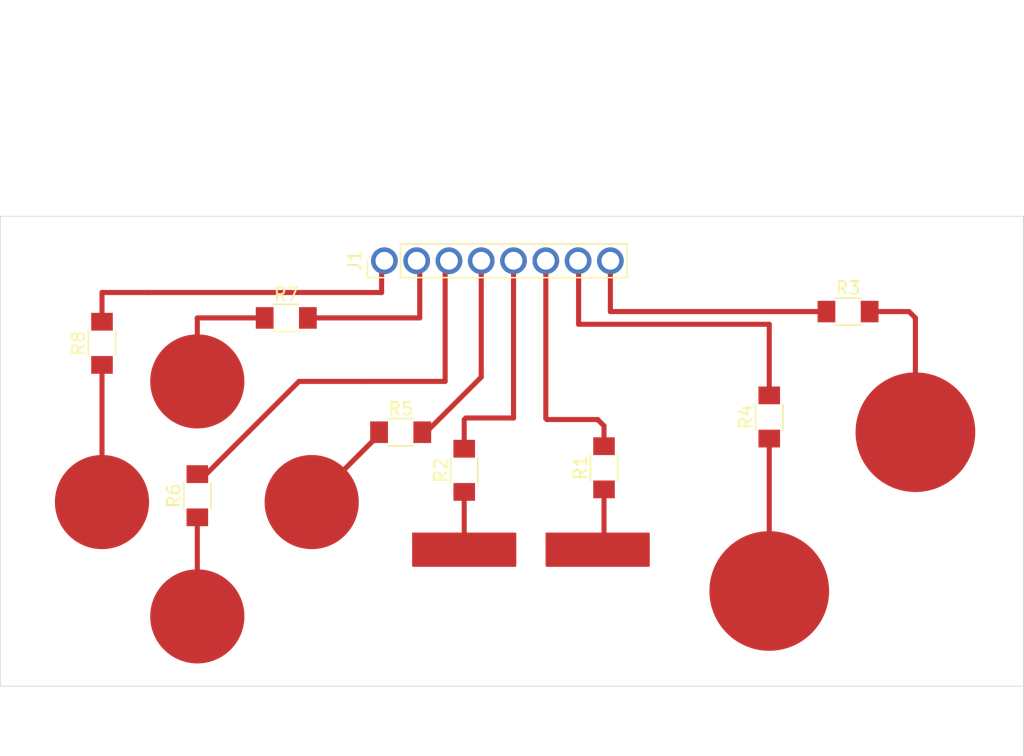
<source format=kicad_pcb>
(kicad_pcb (version 20240108) (generator "pcbnew") (generator_version "8.0")
  (layers (0 "F.Cu" signal) (31 "B.Cu" signal) (34 "B.Paste" user) (35 "F.Paste" user) (36 "B.SilkS" user "B.Silkscreen") (37 "F.SilkS" user "F.Silkscreen") (38 "B.Mask" user) (39 "F.Mask" user) (44 "Edge.Cuts" user))
  (net 0 "")
  (net 1 "unconnected-(J1-Pin_6-Pad6)")
  (net 2 "unconnected-(J1-Pin_4-Pad4)")
  (net 3 "unconnected-(J1-Pin_7-Pad7)")
  (net 4 "unconnected-(J1-Pin_1-Pad1)")
  (net 5 "unconnected-(J1-Pin_2-Pad2)")
  (net 6 "unconnected-(J1-Pin_5-Pad5)")
  (net 7 "unconnected-(J1-Pin_8-Pad8)")
  (net 8 "unconnected-(J1-Pin_3-Pad3)")
  (net 9 "unconnected-(R1-Pad1)")
  (net 11 "unconnected-(R2-Pad1)")
  (net 12 "unconnected-(R2-Pad2)")
  (net 13 "unconnected-(R3-Pad2)")
  (net 14 "unconnected-(R3-Pad1)")
  (net 16 "unconnected-(R4-Pad1)")
  (net 18 "unconnected-(R5-Pad1)")
  (net 19 "unconnected-(R6-Pad1)")
  (net 20 "unconnected-(R6-Pad2)")
  (net 21 "unconnected-(R7-Pad2)")
  (net 22 "unconnected-(R7-Pad1)")
  (net 23 "unconnected-(R8-Pad2)")
  (net 24 "unconnected-(R8-Pad1)")
  (footprint "fab:R_1206" (layer "F.Cu") (at 161 78.8 90)
    (property "Reference" "R1" (at 0 -1.85 90) (layer "F.SilkS"))
    (property "Value" "R_1206")
    (fp_line (start -1 -1.07) (end 1 -1.07) (stroke (width 0.12)) (layer "F.SilkS"))
    (fp_line (start 1 1.07) (end -1 1.07) (stroke (width 0.12)) (layer "F.SilkS"))
    (pad "1" smd rect (at -1.7 0 90) (size 1.4 1.7) (layers "F.Cu" "F.Paste" "F.Mask") (net 9 "unconnected-(R1-Pad1)"))
    (pad "2" smd rect (at 1.7 0 90) (size 1.4 1.7) (layers "F.Cu" "F.Paste" "F.Mask"))
  )
  (footprint "fab:PinHeader_1x08_P2.54mm_Vertical_THT_D1.4mm" (layer "F.Cu") (at 143.72 62.5 90)
    (property "Reference" "J1" (at 0 -2.33 90) (layer "F.SilkS"))
    (property "Value" "Conn_PinHeader_1x08_P2.54mm_Vertical_THT_D1.4mm")
    (fp_line (start -1.33 -1.33) (end 0 -1.33) (stroke (width 0.12)) (layer "F.SilkS"))
    (fp_line (start -1.33 0) (end -1.33 -1.33) (stroke (width 0.12)) (layer "F.SilkS"))
    (fp_line (start 1.33 1.27) (end 1.33 19.11) (stroke (width 0.12)) (layer "F.SilkS"))
    (fp_line (start -1.33 1.27) (end 1.33 1.27) (stroke (width 0.12)) (layer "F.SilkS"))
    (fp_line (start -1.33 1.27) (end -1.33 19.11) (stroke (width 0.12)) (layer "F.SilkS"))
    (fp_line (start -1.33 19.11) (end 1.33 19.11) (stroke (width 0.12)) (layer "F.SilkS"))
    (pad "1" thru_hole circle (at 0 0 90) (size 2.1 2.1) (drill 1.4) (layers "*.Cu" "*.Mask") (net 4 "unconnected-(J1-Pin_1-Pad1)"))
    (pad "2" thru_hole circle (at 0 2.54 90) (size 2.1 2.1) (drill 1.4) (layers "*.Cu" "*.Mask") (net 5 "unconnected-(J1-Pin_2-Pad2)"))
    (pad "3" thru_hole circle (at 0 5.08 90) (size 2.1 2.1) (drill 1.4) (layers "*.Cu" "*.Mask") (net 8 "unconnected-(J1-Pin_3-Pad3)"))
    (pad "4" thru_hole circle (at 0 7.62 90) (size 2.1 2.1) (drill 1.4) (layers "*.Cu" "*.Mask") (net 2 "unconnected-(J1-Pin_4-Pad4)"))
    (pad "5" thru_hole circle (at 0 10.16 90) (size 2.1 2.1) (drill 1.4) (layers "*.Cu" "*.Mask") (net 6 "unconnected-(J1-Pin_5-Pad5)"))
    (pad "6" thru_hole circle (at 0 12.7 90) (size 2.1 2.1) (drill 1.4) (layers "*.Cu" "*.Mask") (net 1 "unconnected-(J1-Pin_6-Pad6)"))
    (pad "7" thru_hole circle (at 0 15.24 90) (size 2.1 2.1) (drill 1.4) (layers "*.Cu" "*.Mask") (net 3 "unconnected-(J1-Pin_7-Pad7)"))
    (pad "8" thru_hole circle (at 0 17.78 90) (size 2.1 2.1) (drill 1.4) (layers "*.Cu" "*.Mask") (net 7 "unconnected-(J1-Pin_8-Pad8)"))
  )
  (footprint "fab:R_1206" (layer "F.Cu") (at 180.2 66.5)
    (property "Reference" "R3" (at 0 -1.85 0) (layer "F.SilkS"))
    (property "Value" "R_1206")
    (fp_line (start -1 -1.07) (end 1 -1.07) (stroke (width 0.12)) (layer "F.SilkS"))
    (fp_line (start 1 1.07) (end -1 1.07) (stroke (width 0.12)) (layer "F.SilkS"))
    (pad "1" smd rect (at -1.7 0) (size 1.4 1.7) (layers "F.Cu" "F.Paste" "F.Mask") (net 14 "unconnected-(R3-Pad1)"))
    (pad "2" smd rect (at 1.7 0) (size 1.4 1.7) (layers "F.Cu" "F.Paste" "F.Mask") (net 13 "unconnected-(R3-Pad2)"))
  )
  (footprint "fab:R_1206" (layer "F.Cu") (at 174 74.8 90)
    (property "Reference" "R4" (at 0 -1.85 90) (layer "F.SilkS"))
    (property "Value" "R_1206")
    (fp_line (start -1 -1.07) (end 1 -1.07) (stroke (width 0.12)) (layer "F.SilkS"))
    (fp_line (start 1 1.07) (end -1 1.07) (stroke (width 0.12)) (layer "F.SilkS"))
    (pad "1" smd rect (at -1.7 0 90) (size 1.4 1.7) (layers "F.Cu" "F.Paste" "F.Mask") (net 16 "unconnected-(R4-Pad1)"))
    (pad "2" smd rect (at 1.7 0 90) (size 1.4 1.7) (layers "F.Cu" "F.Paste" "F.Mask"))
  )
  (footprint "fab:R_1206" (layer "F.Cu") (at 121.5 69 90)
    (property "Reference" "R8" (at 0 -1.85 90) (layer "F.SilkS"))
    (property "Value" "R_1206")
    (fp_line (start -1 -1.07) (end 1 -1.07) (stroke (width 0.12)) (layer "F.SilkS"))
    (fp_line (start 1 1.07) (end -1 1.07) (stroke (width 0.12)) (layer "F.SilkS"))
    (pad "1" smd rect (at -1.7 0 90) (size 1.4 1.7) (layers "F.Cu" "F.Paste" "F.Mask") (net 24 "unconnected-(R8-Pad1)"))
    (pad "2" smd rect (at 1.7 0 90) (size 1.4 1.7) (layers "F.Cu" "F.Paste" "F.Mask") (net 23 "unconnected-(R8-Pad2)"))
  )
  (footprint "fab:R_1206" (layer "F.Cu") (at 129 81 90)
    (property "Reference" "R6" (at 0 -1.85 90) (layer "F.SilkS"))
    (property "Value" "R_1206" (hide yes))
    (fp_line (start -1 -1.07) (end 1 -1.07) (stroke (width 0.12)) (layer "F.SilkS"))
    (fp_line (start 1 1.07) (end -1 1.07) (stroke (width 0.12)) (layer "F.SilkS"))
    (pad "1" smd rect (at -1.7 0 90) (size 1.4 1.7) (layers "F.Cu" "F.Paste" "F.Mask") (net 19 "unconnected-(R6-Pad1)"))
    (pad "2" smd rect (at 1.7 0 90) (size 1.4 1.7) (layers "F.Cu" "F.Paste" "F.Mask") (net 20 "unconnected-(R6-Pad2)"))
  )
  (footprint "fab:R_1206" (layer "F.Cu") (at 150 79 90)
    (property "Reference" "R2" (at 0 -1.85 90) (layer "F.SilkS"))
    (property "Value" "R_1206")
    (fp_line (start -1 -1.07) (end 1 -1.07) (stroke (width 0.12)) (layer "F.SilkS"))
    (fp_line (start 1 1.07) (end -1 1.07) (stroke (width 0.12)) (layer "F.SilkS"))
    (pad "1" smd rect (at -1.7 0 90) (size 1.4 1.7) (layers "F.Cu" "F.Paste" "F.Mask") (net 11 "unconnected-(R2-Pad1)"))
    (pad "2" smd rect (at 1.7 0 90) (size 1.4 1.7) (layers "F.Cu" "F.Paste" "F.Mask") (net 12 "unconnected-(R2-Pad2)"))
  )
  (footprint "fab:R_1206" (layer "F.Cu") (at 136 67)
    (property "Reference" "R7" (at 0 -1.85 0) (layer "F.SilkS"))
    (property "Value" "R_1206")
    (fp_line (start -1 -1.07) (end 1 -1.07) (stroke (width 0.12)) (layer "F.SilkS"))
    (fp_line (start 1 1.07) (end -1 1.07) (stroke (width 0.12)) (layer "F.SilkS"))
    (pad "1" smd rect (at -1.7 0) (size 1.4 1.7) (layers "F.Cu" "F.Paste" "F.Mask") (net 22 "unconnected-(R7-Pad1)"))
    (pad "2" smd rect (at 1.7 0) (size 1.4 1.7) (layers "F.Cu" "F.Paste" "F.Mask") (net 21 "unconnected-(R7-Pad2)"))
  )
  (footprint "fab:R_1206" (layer "F.Cu") (at 145 76)
    (property "Reference" "R5" (at 0 -1.85 0) (layer "F.SilkS"))
    (property "Value" "R_1206" (hide yes))
    (fp_line (start -1 -1.07) (end 1 -1.07) (stroke (width 0.12)) (layer "F.SilkS"))
    (fp_line (start 1 1.07) (end -1 1.07) (stroke (width 0.12)) (layer "F.SilkS"))
    (pad "1" smd rect (at -1.7 0) (size 1.4 1.7) (layers "F.Cu" "F.Paste" "F.Mask") (net 18 "unconnected-(R5-Pad1)"))
    (pad "2" smd rect (at 1.7 0) (size 1.4 1.7) (layers "F.Cu" "F.Paste" "F.Mask"))
  )
  (gr_circle (center 185.5 76) (end 190.109772 76) (stroke (width 0.2)) (fill solid) (layer "F.Cu") (net 13))
  (gr_rect (start 156.5 84) (end 164.5 86.5) (stroke (width 0.2)) (fill solid) (layer "F.Cu") (net 9))
  (gr_rect (start 146 84) (end 154 86.5) (stroke (width 0.2)) (fill solid) (layer "F.Cu") (net 11))
  (gr_circle (center 138 81.5) (end 141.605551 81.5) (stroke (width 0.2)) (fill solid) (layer "F.Cu") (net 18))
  (gr_circle (center 129 90.5) (end 132.605551 90.5) (stroke (width 0.2)) (fill solid) (layer "F.Cu") (net 19))
  (gr_circle (center 129 72) (end 132.605551 72) (stroke (width 0.2)) (fill solid) (layer "F.Cu") (net 22))
  (gr_circle (center 174 88.5) (end 178.609772 88.5) (stroke (width 0.2)) (fill solid) (layer "F.Cu") (net 16))
  (gr_circle (center 121.5 81.5) (end 125.105551 81.5) (stroke (width 0.2)) (fill solid) (layer "F.Cu") (net 24))
  (gr_rect (start 194 59) (end 194.0254 101.5) (stroke (width 0.05)) (fill none) (layer "Edge.Cuts"))
  (gr_rect (start 113.5 59) (end 194 96) (stroke (width 0.05)) (fill none) (layer "Edge.Cuts"))
  (segment (start 156.42 74.92) (end 156.5 75) (width 0.4) (layer "F.Cu") (net 1))
  (segment (start 156.5 75) (end 160.5 75) (width 0.4) (layer "F.Cu") (net 1))
  (segment (start 161 75.5) (end 161 77) (width 0.4) (layer "F.Cu") (net 1))
  (segment (start 160.5 75) (end 161 75.5) (width 0.4) (layer "F.Cu") (net 1))
  (segment (start 156.42 62.5) (end 156.42 74.92) (width 0.4) (layer "F.Cu") (net 1))
  (segment (start 151.5 62.66) (end 151.34 62.5) (width 0.4) (layer "F.Cu") (net 2))
  (segment (start 151.34 62.5) (end 151.34 71.16) (width 0.4) (layer "F.Cu") (net 2))
  (segment (start 151.34 71.66) (end 147 76) (width 0.4) (layer "F.Cu") (net 2))
  (segment (start 151.34 71.16) (end 151.34 71.66) (width 0.4) (layer "F.Cu") (net 2))
  (segment (start 159 64.227767) (end 159 62.54) (width 0.4) (layer "F.Cu") (net 3))
  (segment (start 159 62.54) (end 158.96 62.5) (width 0.4) (layer "F.Cu") (net 3))
  (segment (start 174 67.5) (end 174 72.5) (width 0.4) (layer "F.Cu") (net 3))
  (segment (start 159 67.5) (end 174 67.5) (width 0.4) (layer "F.Cu") (net 3))
  (segment (start 159 64.227767) (end 159 67.5) (width 0.4) (layer "F.Cu") (net 3))
  (segment (start 125.1 65) (end 143.5 65) (width 0.4) (layer "F.Cu") (net 4))
  (segment (start 143.5 65) (end 143.5 62.5) (width 0.4) (layer "F.Cu") (net 4))
  (segment (start 125.1 65) (end 121.5 65) (width 0.4) (layer "F.Cu") (net 4))
  (segment (start 146.5 62.74) (end 146.26 62.5) (width 0.4) (layer "F.Cu") (net 5))
  (segment (start 153.88 62.5) (end 153.88 74.88) (width 0.4) (layer "F.Cu") (net 6))
  (segment (start 153.88 74.88) (end 150.12 74.88) (width 0.4) (layer "F.Cu") (net 6))
  (segment (start 161.5 62.5) (end 161.5 66.5) (width 0.4) (layer "F.Cu") (net 7))
  (segment (start 142.4 72) (end 148.5 72) (width 0.4) (layer "F.Cu") (net 8))
  (segment (start 148.5 72) (end 148.5 63) (width 0.4) (layer "F.Cu") (net 8))
  (segment (start 142.4 72) (end 137 72) (width 0.4) (layer "F.Cu") (net 8))
  (segment (start 161 80.5) (end 161 85) (width 0.4) (layer "F.Cu") (net 9))
  (segment (start 150 85.25) (end 150 81) (width 0.4) (layer "F.Cu") (net 11))
  (segment (start 150 77.3) (end 150 75) (width 0.4) (layer "F.Cu") (net 12))
  (segment (start 185.5 67) (end 185 66.5) (width 0.4) (layer "F.Cu") (net 13))
  (segment (start 185.5 72.390228) (end 185.5 67) (width 0.4) (layer "F.Cu") (net 13))
  (segment (start 185 66.5) (end 182.5 66.5) (width 0.4) (layer "F.Cu") (net 13))
  (segment (start 178.5 66.5) (end 161.5 66.5) (width 0.4) (layer "F.Cu") (net 14))
  (segment (start 174 76.5) (end 174 84) (width 0.4) (layer "F.Cu") (net 16))
  (segment (start 143.3 76.2) (end 138 81.5) (width 0.4) (layer "F.Cu") (net 18))
  (segment (start 143.3 76) (end 143.3 76.2) (width 0.4) (layer "F.Cu") (net 18))
  (segment (start 129 82.7) (end 129 90.5) (width 0.4) (layer "F.Cu") (net 19))
  (segment (start 129.7 79.3) (end 137 72) (width 0.4) (layer "F.Cu") (net 20))
  (segment (start 129 79.3) (end 129.7 79.3) (width 0.4) (layer "F.Cu") (net 20))
  (segment (start 137.7 67) (end 146.5 67) (width 0.4) (layer "F.Cu") (net 21))
  (segment (start 146.5 67) (end 146.5 63) (width 0.4) (layer "F.Cu") (net 21))
  (segment (start 129 72) (end 129 67) (width 0.4) (layer "F.Cu") (net 22))
  (segment (start 129 67) (end 134 67) (width 0.4) (layer "F.Cu") (net 22))
  (segment (start 121.5 65) (end 121.5 67) (width 0.4) (layer "F.Cu") (net 23))
  (segment (start 121.5 70.7) (end 121.5 81) (width 0.4) (layer "F.Cu") (net 24))
)
</source>
